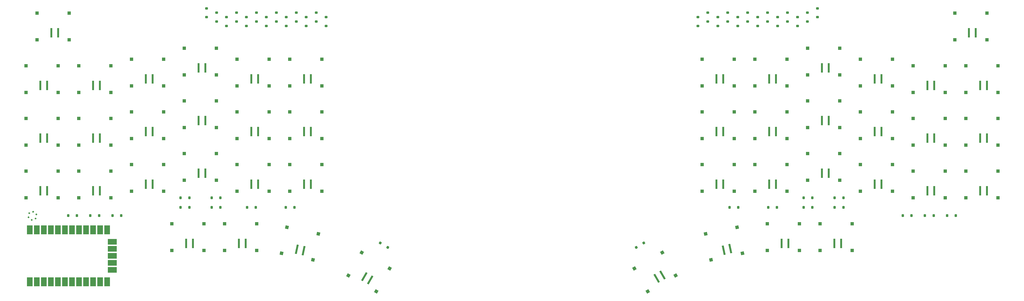
<source format=gbr>
%TF.GenerationSoftware,KiCad,Pcbnew,8.0.5*%
%TF.CreationDate,2024-10-06T00:46:39+09:00*%
%TF.ProjectId,monolith,6d6f6e6f-6c69-4746-982e-6b696361645f,rev?*%
%TF.SameCoordinates,Original*%
%TF.FileFunction,Paste,Top*%
%TF.FilePolarity,Positive*%
%FSLAX46Y46*%
G04 Gerber Fmt 4.6, Leading zero omitted, Abs format (unit mm)*
G04 Created by KiCad (PCBNEW 8.0.5) date 2024-10-06 00:46:39*
%MOMM*%
%LPD*%
G01*
G04 APERTURE LIST*
G04 Aperture macros list*
%AMRoundRect*
0 Rectangle with rounded corners*
0 $1 Rounding radius*
0 $2 $3 $4 $5 $6 $7 $8 $9 X,Y pos of 4 corners*
0 Add a 4 corners polygon primitive as box body*
4,1,4,$2,$3,$4,$5,$6,$7,$8,$9,$2,$3,0*
0 Add four circle primitives for the rounded corners*
1,1,$1+$1,$2,$3*
1,1,$1+$1,$4,$5*
1,1,$1+$1,$6,$7*
1,1,$1+$1,$8,$9*
0 Add four rect primitives between the rounded corners*
20,1,$1+$1,$2,$3,$4,$5,0*
20,1,$1+$1,$4,$5,$6,$7,0*
20,1,$1+$1,$6,$7,$8,$9,0*
20,1,$1+$1,$8,$9,$2,$3,0*%
%AMRotRect*
0 Rectangle, with rotation*
0 The origin of the aperture is its center*
0 $1 length*
0 $2 width*
0 $3 Rotation angle, in degrees counterclockwise*
0 Add horizontal line*
21,1,$1,$2,0,0,$3*%
G04 Aperture macros list end*
%ADD10C,0.350001*%
%ADD11C,0.349999*%
%ADD12C,0.350000*%
%ADD13RoundRect,0.225000X-0.250000X0.225000X-0.250000X-0.225000X0.250000X-0.225000X0.250000X0.225000X0*%
%ADD14RoundRect,0.225000X0.225000X0.250000X-0.225000X0.250000X-0.225000X-0.250000X0.225000X-0.250000X0*%
%ADD15RotRect,1.200000X1.200000X12.000000*%
%ADD16RotRect,0.700000X3.400000X12.000000*%
%ADD17R,1.200000X1.200000*%
%ADD18R,0.700000X3.400000*%
%ADD19RoundRect,0.225000X-0.225000X-0.250000X0.225000X-0.250000X0.225000X0.250000X-0.225000X0.250000X0*%
%ADD20RotRect,1.200000X1.200000X330.000000*%
%ADD21RotRect,0.700000X3.400000X330.000000*%
%ADD22RotRect,1.200000X1.200000X30.000000*%
%ADD23RotRect,0.700000X3.400000X30.000000*%
%ADD24RoundRect,0.225000X-0.319856X-0.104006X0.069856X-0.329006X0.319856X0.104006X-0.069856X0.329006X0*%
%ADD25RotRect,1.200000X1.200000X348.000000*%
%ADD26RotRect,0.700000X3.400000X348.000000*%
%ADD27R,2.000000X3.250000*%
%ADD28R,3.250000X2.000000*%
%ADD29RoundRect,0.225000X0.069856X0.329006X-0.319856X0.104006X-0.069856X-0.329006X0.319856X-0.104006X0*%
G04 APERTURE END LIST*
%TO.C,MH1*%
D10*
X34265460Y-159013031D02*
G75*
G02*
X33915460Y-159013031I-175000J0D01*
G01*
X33915460Y-159013031D02*
G75*
G02*
X34265460Y-159013031I175000J0D01*
G01*
D11*
X34525933Y-157535820D02*
G75*
G02*
X34175935Y-157535820I-174999J0D01*
G01*
X34175935Y-157535820D02*
G75*
G02*
X34525933Y-157535820I174999J0D01*
G01*
X35414526Y-159977213D02*
G75*
G02*
X35064528Y-159977213I-174999J0D01*
G01*
X35064528Y-159977213D02*
G75*
G02*
X35414526Y-159977213I174999J0D01*
G01*
D12*
X35935473Y-157022787D02*
G75*
G02*
X35585473Y-157022787I-175000J0D01*
G01*
X35585473Y-157022787D02*
G75*
G02*
X35935473Y-157022787I175000J0D01*
G01*
D10*
X36824066Y-159464180D02*
G75*
G02*
X36474066Y-159464180I-175000J0D01*
G01*
X36474066Y-159464180D02*
G75*
G02*
X36824066Y-159464180I175000J0D01*
G01*
D12*
X37084540Y-157986969D02*
G75*
G02*
X36734540Y-157986969I-175000J0D01*
G01*
X36734540Y-157986969D02*
G75*
G02*
X37084540Y-157986969I175000J0D01*
G01*
%TD*%
D13*
%TO.C,D30*%
X279410000Y-85025000D03*
X279410000Y-88175000D03*
%TD*%
%TO.C,D3*%
X109200000Y-85025000D03*
X109200000Y-88175000D03*
%TD*%
%TO.C,D31*%
X311810000Y-86625001D03*
X311810000Y-89775001D03*
%TD*%
%TO.C,D4*%
X116400000Y-85025000D03*
X116400000Y-88175000D03*
%TD*%
D14*
%TO.C,D39*%
X352985000Y-158400000D03*
X349835000Y-158400000D03*
%TD*%
D13*
%TO.C,D28*%
X293810000Y-85025000D03*
X293810000Y-88175000D03*
%TD*%
D15*
%TO.C,SW45*%
X278623768Y-165010779D03*
X280619720Y-174400996D03*
X289970280Y-162599004D03*
X291966232Y-171989221D03*
D16*
X285137401Y-170884882D03*
X287533864Y-170375498D03*
%TD*%
D17*
%TO.C,SW42*%
X277360000Y-139968750D03*
X277360000Y-149568750D03*
X288960000Y-139968750D03*
X288960000Y-149568750D03*
D18*
X282510000Y-147068750D03*
X284960000Y-147068750D03*
%TD*%
D17*
%TO.C,SW4*%
X71300000Y-101868750D03*
X71300000Y-111468750D03*
X82900000Y-101868750D03*
X82900000Y-111468750D03*
D18*
X76450000Y-108968750D03*
X78900000Y-108968750D03*
%TD*%
D13*
%TO.C,D24*%
X319010000Y-83425000D03*
X319010000Y-86575000D03*
%TD*%
D19*
%TO.C,D15*%
X56425000Y-158400000D03*
X59575000Y-158400000D03*
%TD*%
D17*
%TO.C,SW9*%
X52250000Y-123300000D03*
X52250000Y-132900000D03*
X63850000Y-123300000D03*
X63850000Y-132900000D03*
D18*
X57400000Y-130400000D03*
X59850000Y-130400000D03*
%TD*%
D19*
%TO.C,D40*%
X325235000Y-152000000D03*
X328385000Y-152000000D03*
%TD*%
D13*
%TO.C,D29*%
X286610000Y-85025000D03*
X286610000Y-88175000D03*
%TD*%
D17*
%TO.C,SW41*%
X296410000Y-139968750D03*
X296410000Y-149568750D03*
X308010000Y-139968750D03*
X308010000Y-149568750D03*
D18*
X301560000Y-147068750D03*
X304010000Y-147068750D03*
%TD*%
D14*
%TO.C,D42*%
X290385000Y-155400000D03*
X287235000Y-155400000D03*
%TD*%
D17*
%TO.C,SW2*%
X33200000Y-104250000D03*
X33200000Y-113850000D03*
X44800000Y-104250000D03*
X44800000Y-113850000D03*
D18*
X38350000Y-111350000D03*
X40800000Y-111350000D03*
%TD*%
D17*
%TO.C,SW5*%
X90350000Y-97900000D03*
X90350000Y-107500000D03*
X101950000Y-97900000D03*
X101950000Y-107500000D03*
D18*
X95500000Y-105000000D03*
X97950000Y-105000000D03*
%TD*%
D13*
%TO.C,D35*%
X283010000Y-86625001D03*
X283010000Y-89775001D03*
%TD*%
%TO.C,D11*%
X127200000Y-86625000D03*
X127200000Y-89775000D03*
%TD*%
D17*
%TO.C,SW1*%
X37202500Y-85200000D03*
X37202500Y-94800000D03*
X48802500Y-85200000D03*
X48802500Y-94800000D03*
D18*
X42352500Y-92300000D03*
X44802500Y-92300000D03*
%TD*%
D14*
%TO.C,D18*%
X103375000Y-152000000D03*
X100225000Y-152000000D03*
%TD*%
D13*
%TO.C,D12*%
X134400000Y-86625000D03*
X134400000Y-89775000D03*
%TD*%
D17*
%TO.C,SW33*%
X334510000Y-120918750D03*
X334510000Y-130518750D03*
X346110000Y-120918750D03*
X346110000Y-130518750D03*
D18*
X339660000Y-128018750D03*
X342110000Y-128018750D03*
%TD*%
D17*
%TO.C,SW13*%
X128450000Y-120918750D03*
X128450000Y-130518750D03*
X140050000Y-120918750D03*
X140050000Y-130518750D03*
D18*
X133600000Y-128018750D03*
X136050000Y-128018750D03*
%TD*%
D13*
%TO.C,D8*%
X105600000Y-86625000D03*
X105600000Y-89775000D03*
%TD*%
%TO.C,D13*%
X141600000Y-86625000D03*
X141600000Y-89775000D03*
%TD*%
D17*
%TO.C,SW30*%
X277360000Y-101868750D03*
X277360000Y-111468750D03*
X288960000Y-101868750D03*
X288960000Y-111468750D03*
D18*
X282510000Y-108968750D03*
X284960000Y-108968750D03*
%TD*%
D14*
%TO.C,D14*%
X51575000Y-158400000D03*
X48425000Y-158400000D03*
%TD*%
D13*
%TO.C,D25*%
X315410000Y-85025000D03*
X315410000Y-88175000D03*
%TD*%
D19*
%TO.C,D43*%
X325235000Y-155400000D03*
X328385000Y-155400000D03*
%TD*%
D17*
%TO.C,SW6*%
X109400000Y-101868750D03*
X109400000Y-111468750D03*
X121000000Y-101868750D03*
X121000000Y-111468750D03*
D18*
X114550000Y-108968750D03*
X117000000Y-108968750D03*
%TD*%
D17*
%TO.C,SW28*%
X315460000Y-97900000D03*
X315460000Y-107500000D03*
X327060000Y-97900000D03*
X327060000Y-107500000D03*
D18*
X320610000Y-105000000D03*
X323060000Y-105000000D03*
%TD*%
D17*
%TO.C,SW11*%
X90350000Y-116950000D03*
X90350000Y-126550000D03*
X101950000Y-116950000D03*
X101950000Y-126550000D03*
D18*
X95500000Y-124050000D03*
X97950000Y-124050000D03*
%TD*%
D17*
%TO.C,SW39*%
X334510000Y-139968750D03*
X334510000Y-149568750D03*
X346110000Y-139968750D03*
X346110000Y-149568750D03*
D18*
X339660000Y-147068750D03*
X342110000Y-147068750D03*
%TD*%
D20*
%TO.C,SW23*%
X154434553Y-171743078D03*
X149634553Y-180056922D03*
X164480447Y-177543078D03*
X159680447Y-185856922D03*
D21*
X155344583Y-180466858D03*
X157466346Y-181691858D03*
%TD*%
D17*
%TO.C,SW7*%
X128450000Y-101868750D03*
X128450000Y-111468750D03*
X140050000Y-101868750D03*
X140050000Y-111468750D03*
D18*
X133600000Y-108968750D03*
X136050000Y-108968750D03*
%TD*%
D14*
%TO.C,D45*%
X304385000Y-155400000D03*
X301235000Y-155400000D03*
%TD*%
D13*
%TO.C,D33*%
X297410000Y-86625001D03*
X297410000Y-89775001D03*
%TD*%
D17*
%TO.C,SW44*%
X300910000Y-161400000D03*
X300910000Y-171000000D03*
X312510000Y-161400000D03*
X312510000Y-171000000D03*
D18*
X306060000Y-168500000D03*
X308510000Y-168500000D03*
%TD*%
D17*
%TO.C,SW35*%
X296410000Y-120918750D03*
X296410000Y-130518750D03*
X308010000Y-120918750D03*
X308010000Y-130518750D03*
D18*
X301560000Y-128018750D03*
X304010000Y-128018750D03*
%TD*%
D13*
%TO.C,D6*%
X130800000Y-85025000D03*
X130800000Y-88175000D03*
%TD*%
D17*
%TO.C,SW10*%
X71300000Y-120918750D03*
X71300000Y-130518750D03*
X82900000Y-120918750D03*
X82900000Y-130518750D03*
D18*
X76450000Y-128018750D03*
X78900000Y-128018750D03*
%TD*%
D17*
%TO.C,SW29*%
X296410000Y-101868750D03*
X296410000Y-111468750D03*
X308010000Y-101868750D03*
X308010000Y-111468750D03*
D18*
X301560000Y-108968750D03*
X304010000Y-108968750D03*
%TD*%
D17*
%TO.C,SW18*%
X109400000Y-139968750D03*
X109400000Y-149568750D03*
X121000000Y-139968750D03*
X121000000Y-149568750D03*
D18*
X114550000Y-147068750D03*
X117000000Y-147068750D03*
%TD*%
D17*
%TO.C,SW16*%
X71300000Y-139968750D03*
X71300000Y-149568750D03*
X82900000Y-139968750D03*
X82900000Y-149568750D03*
D18*
X76450000Y-147068750D03*
X78900000Y-147068750D03*
%TD*%
D13*
%TO.C,D9*%
X112800000Y-86625000D03*
X112800000Y-89775000D03*
%TD*%
%TO.C,D2*%
X102000000Y-85025000D03*
X102000000Y-88175000D03*
%TD*%
D22*
%TO.C,SW46*%
X252929553Y-177543078D03*
X257729553Y-185856922D03*
X262975447Y-171743078D03*
X267775447Y-180056922D03*
D23*
X260939583Y-181116858D03*
X263061346Y-179891858D03*
%TD*%
D17*
%TO.C,SW25*%
X372610000Y-104250000D03*
X372610000Y-113850000D03*
X384210000Y-104250000D03*
X384210000Y-113850000D03*
D18*
X377760000Y-111350000D03*
X380210000Y-111350000D03*
%TD*%
D13*
%TO.C,D34*%
X290210000Y-86625001D03*
X290210000Y-89775001D03*
%TD*%
D17*
%TO.C,SW8*%
X33200000Y-123300000D03*
X33200000Y-132900000D03*
X44800000Y-123300000D03*
X44800000Y-132900000D03*
D18*
X38350000Y-130400000D03*
X40800000Y-130400000D03*
%TD*%
D17*
%TO.C,SW34*%
X315460000Y-116950000D03*
X315460000Y-126550000D03*
X327060000Y-116950000D03*
X327060000Y-126550000D03*
D18*
X320610000Y-124050000D03*
X323060000Y-124050000D03*
%TD*%
D19*
%TO.C,D41*%
X314035000Y-152000000D03*
X317185000Y-152000000D03*
%TD*%
D24*
%TO.C,D23*%
X161136010Y-168312500D03*
X163863990Y-169887500D03*
%TD*%
D17*
%TO.C,SW31*%
X372610000Y-123300000D03*
X372610000Y-132900000D03*
X384210000Y-123300000D03*
X384210000Y-132900000D03*
D18*
X377760000Y-130400000D03*
X380210000Y-130400000D03*
%TD*%
D17*
%TO.C,SW21*%
X104900000Y-161400000D03*
X104900000Y-171000000D03*
X116500000Y-161400000D03*
X116500000Y-171000000D03*
D18*
X110050000Y-168500000D03*
X112500000Y-168500000D03*
%TD*%
D17*
%TO.C,SW36*%
X277360000Y-120918750D03*
X277360000Y-130518750D03*
X288960000Y-120918750D03*
X288960000Y-130518750D03*
D18*
X282510000Y-128018750D03*
X284960000Y-128018750D03*
%TD*%
D14*
%TO.C,D20*%
X92175000Y-155400000D03*
X89025000Y-155400000D03*
%TD*%
D17*
%TO.C,SW32*%
X353560000Y-123300000D03*
X353560000Y-132900000D03*
X365160000Y-123300000D03*
X365160000Y-132900000D03*
D18*
X358710000Y-130400000D03*
X361160000Y-130400000D03*
%TD*%
D17*
%TO.C,SW19*%
X128450000Y-139968750D03*
X128450000Y-149568750D03*
X140050000Y-139968750D03*
X140050000Y-149568750D03*
D18*
X133600000Y-147068750D03*
X136050000Y-147068750D03*
%TD*%
D17*
%TO.C,SW37*%
X372610000Y-142350000D03*
X372610000Y-151950000D03*
X384210000Y-142350000D03*
X384210000Y-151950000D03*
D18*
X377760000Y-149450000D03*
X380210000Y-149450000D03*
%TD*%
D17*
%TO.C,SW3*%
X52250000Y-104250000D03*
X52250000Y-113850000D03*
X63850000Y-104250000D03*
X63850000Y-113850000D03*
D18*
X57400000Y-111350000D03*
X59850000Y-111350000D03*
%TD*%
D17*
%TO.C,SW17*%
X90350000Y-136000000D03*
X90350000Y-145600000D03*
X101950000Y-136000000D03*
X101950000Y-145600000D03*
D18*
X95500000Y-143100000D03*
X97950000Y-143100000D03*
%TD*%
D19*
%TO.C,D19*%
X127025000Y-155400000D03*
X130175000Y-155400000D03*
%TD*%
D17*
%TO.C,SW12*%
X109400000Y-120918750D03*
X109400000Y-130518750D03*
X121000000Y-120918750D03*
X121000000Y-130518750D03*
D18*
X114550000Y-128018750D03*
X117000000Y-128018750D03*
%TD*%
D14*
%TO.C,D17*%
X92175000Y-152000000D03*
X89025000Y-152000000D03*
%TD*%
D17*
%TO.C,SW14*%
X33200000Y-142350000D03*
X33200000Y-151950000D03*
X44800000Y-142350000D03*
X44800000Y-151950000D03*
D18*
X38350000Y-149450000D03*
X40800000Y-149450000D03*
%TD*%
D13*
%TO.C,D26*%
X308210000Y-85025000D03*
X308210000Y-88175000D03*
%TD*%
D19*
%TO.C,D22*%
X113025000Y-155400000D03*
X116175000Y-155400000D03*
%TD*%
D13*
%TO.C,D32*%
X304610000Y-86625001D03*
X304610000Y-89775001D03*
%TD*%
%TO.C,D27*%
X301010000Y-85025000D03*
X301010000Y-88175000D03*
%TD*%
%TO.C,D7*%
X138000000Y-85025000D03*
X138000000Y-88175000D03*
%TD*%
D17*
%TO.C,SW15*%
X52250000Y-142350000D03*
X52250000Y-151950000D03*
X63850000Y-142350000D03*
X63850000Y-151950000D03*
D18*
X57400000Y-149450000D03*
X59850000Y-149450000D03*
%TD*%
D14*
%TO.C,D21*%
X103375000Y-155400000D03*
X100225000Y-155400000D03*
%TD*%
D17*
%TO.C,SW27*%
X334510000Y-101868750D03*
X334510000Y-111468750D03*
X346110000Y-101868750D03*
X346110000Y-111468750D03*
D18*
X339660000Y-108968750D03*
X342110000Y-108968750D03*
%TD*%
D25*
%TO.C,SW22*%
X127439720Y-162599004D03*
X125443768Y-171989221D03*
X138786232Y-165010779D03*
X136790280Y-174400996D03*
D26*
X131001007Y-170614597D03*
X133397469Y-171123981D03*
%TD*%
D19*
%TO.C,D16*%
X64425000Y-158400000D03*
X67575000Y-158400000D03*
%TD*%
D17*
%TO.C,SW26*%
X353560000Y-104250000D03*
X353560000Y-113850000D03*
X365160000Y-104250000D03*
X365160000Y-113850000D03*
D18*
X358710000Y-111350000D03*
X361160000Y-111350000D03*
%TD*%
D17*
%TO.C,SW24*%
X368607500Y-85200000D03*
X368607500Y-94800000D03*
X380207500Y-85200000D03*
X380207500Y-94800000D03*
D18*
X373757500Y-92300000D03*
X376207500Y-92300000D03*
%TD*%
D19*
%TO.C,D44*%
X314035000Y-155400000D03*
X317185000Y-155400000D03*
%TD*%
D17*
%TO.C,SW38*%
X353560000Y-142350000D03*
X353560000Y-151950000D03*
X365160000Y-142350000D03*
X365160000Y-151950000D03*
D18*
X358710000Y-149450000D03*
X361160000Y-149450000D03*
%TD*%
D27*
%TO.C,U1*%
X34530000Y-182398000D03*
X37070000Y-182398000D03*
X39610000Y-182398000D03*
X42150000Y-182398000D03*
X44690000Y-182398000D03*
X47230000Y-182398000D03*
X49770000Y-182398000D03*
X52310000Y-182398000D03*
X54850000Y-182398000D03*
X57390000Y-182398000D03*
X59930000Y-182398000D03*
X62470000Y-182398000D03*
X62470000Y-163602000D03*
X59930000Y-163602000D03*
X57390000Y-163602000D03*
X54850000Y-163602000D03*
X52310000Y-163602000D03*
X49770000Y-163602000D03*
X47230000Y-163602000D03*
X44690000Y-163602000D03*
X42150000Y-163602000D03*
X39610000Y-163602000D03*
X37070000Y-163602000D03*
X34530000Y-163602000D03*
D28*
X64375000Y-178080000D03*
X64375000Y-175540000D03*
X64375000Y-173000000D03*
X64375000Y-170460000D03*
X64375000Y-167920000D03*
%TD*%
D19*
%TO.C,D37*%
X365835000Y-158400000D03*
X368985000Y-158400000D03*
%TD*%
D13*
%TO.C,D1*%
X98400000Y-83425000D03*
X98400000Y-86575000D03*
%TD*%
D14*
%TO.C,D38*%
X360985000Y-158400000D03*
X357835000Y-158400000D03*
%TD*%
D17*
%TO.C,SW43*%
X319960000Y-161400000D03*
X319960000Y-171000000D03*
X331560000Y-161400000D03*
X331560000Y-171000000D03*
D18*
X325110000Y-168500000D03*
X327560000Y-168500000D03*
%TD*%
D29*
%TO.C,D46*%
X256273990Y-168312500D03*
X253546010Y-169887500D03*
%TD*%
D17*
%TO.C,SW40*%
X315460000Y-136000000D03*
X315460000Y-145600000D03*
X327060000Y-136000000D03*
X327060000Y-145600000D03*
D18*
X320610000Y-143100000D03*
X323060000Y-143100000D03*
%TD*%
D17*
%TO.C,SW20*%
X85850000Y-161400000D03*
X85850000Y-171000000D03*
X97450000Y-161400000D03*
X97450000Y-171000000D03*
D18*
X91000000Y-168500000D03*
X93450000Y-168500000D03*
%TD*%
D13*
%TO.C,D36*%
X275810000Y-86625001D03*
X275810000Y-89775001D03*
%TD*%
%TO.C,D5*%
X123600000Y-85025000D03*
X123600000Y-88175000D03*
%TD*%
%TO.C,D10*%
X120000000Y-86625000D03*
X120000000Y-89775000D03*
%TD*%
M02*

</source>
